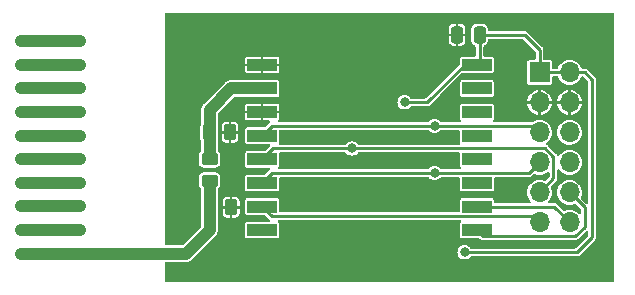
<source format=gbr>
%TF.GenerationSoftware,KiCad,Pcbnew,7.0.10*%
%TF.CreationDate,2024-01-17T19:36:25+01:00*%
%TF.ProjectId,RFM69HW_868,52464d36-3948-4575-9f38-36382e6b6963,rev?*%
%TF.SameCoordinates,Original*%
%TF.FileFunction,Copper,L1,Top*%
%TF.FilePolarity,Positive*%
%FSLAX46Y46*%
G04 Gerber Fmt 4.6, Leading zero omitted, Abs format (unit mm)*
G04 Created by KiCad (PCBNEW 7.0.10) date 2024-01-17 19:36:25*
%MOMM*%
%LPD*%
G01*
G04 APERTURE LIST*
G04 Aperture macros list*
%AMRoundRect*
0 Rectangle with rounded corners*
0 $1 Rounding radius*
0 $2 $3 $4 $5 $6 $7 $8 $9 X,Y pos of 4 corners*
0 Add a 4 corners polygon primitive as box body*
4,1,4,$2,$3,$4,$5,$6,$7,$8,$9,$2,$3,0*
0 Add four circle primitives for the rounded corners*
1,1,$1+$1,$2,$3*
1,1,$1+$1,$4,$5*
1,1,$1+$1,$6,$7*
1,1,$1+$1,$8,$9*
0 Add four rect primitives between the rounded corners*
20,1,$1+$1,$2,$3,$4,$5,0*
20,1,$1+$1,$4,$5,$6,$7,0*
20,1,$1+$1,$6,$7,$8,$9,0*
20,1,$1+$1,$8,$9,$2,$3,0*%
%AMOutline4P*
0 Free polygon, 4 corners , with rotation*
0 The origin of the aperture is its center*
0 number of corners: always 4*
0 $1 to $8 corner X, Y*
0 $9 Rotation angle, in degrees counterclockwise*
0 create outline with 4 corners*
4,1,4,$1,$2,$3,$4,$5,$6,$7,$8,$1,$2,$9*%
G04 Aperture macros list end*
%TA.AperFunction,EtchedComponent*%
%ADD10C,1.000000*%
%TD*%
%TA.AperFunction,ComponentPad*%
%ADD11R,1.700000X1.700000*%
%TD*%
%TA.AperFunction,ComponentPad*%
%ADD12O,1.700000X1.700000*%
%TD*%
%TA.AperFunction,SMDPad,CuDef*%
%ADD13RoundRect,0.250000X-0.262500X-0.450000X0.262500X-0.450000X0.262500X0.450000X-0.262500X0.450000X0*%
%TD*%
%TA.AperFunction,SMDPad,CuDef*%
%ADD14RoundRect,0.250000X0.250000X0.475000X-0.250000X0.475000X-0.250000X-0.475000X0.250000X-0.475000X0*%
%TD*%
%TA.AperFunction,SMDPad,CuDef*%
%ADD15RoundRect,0.250000X-0.450000X0.262500X-0.450000X-0.262500X0.450000X-0.262500X0.450000X0.262500X0*%
%TD*%
%TA.AperFunction,SMDPad,CuDef*%
%ADD16R,2.500000X1.000000*%
%TD*%
%TA.AperFunction,ComponentPad*%
%ADD17C,1.000000*%
%TD*%
%TA.AperFunction,SMDPad,CuDef*%
%ADD18Outline4P,-0.350000X-0.400000X0.350000X-0.400000X0.050000X0.400000X-0.050000X0.400000X270.000000*%
%TD*%
%TA.AperFunction,ViaPad*%
%ADD19C,0.800000*%
%TD*%
%TA.AperFunction,Conductor*%
%ADD20C,1.000000*%
%TD*%
%TA.AperFunction,Conductor*%
%ADD21C,0.250000*%
%TD*%
G04 APERTURE END LIST*
D10*
%TO.C,AE1*%
X116960000Y-58530000D02*
X105960000Y-58530000D01*
X105960000Y-56530000D02*
X110960000Y-56530000D01*
X105960000Y-54530000D02*
X110960000Y-54530000D01*
X105960000Y-52530000D02*
X110960000Y-52530000D01*
X105960000Y-50530000D02*
X110960000Y-50530000D01*
X105960000Y-48530000D02*
X110960000Y-48530000D01*
X105960000Y-46530000D02*
X110960000Y-46530000D01*
X105960000Y-44530000D02*
X110960000Y-44530000D01*
X105960000Y-42530000D02*
X110960000Y-42530000D01*
X105960000Y-40530000D02*
X110960000Y-40530000D01*
%TD*%
D11*
%TO.P,J1,1,Pin_1*%
%TO.N,VCC*%
X149860000Y-43180000D03*
D12*
%TO.P,J1,2,Pin_2*%
X152400000Y-43180000D03*
%TO.P,J1,3,Pin_3*%
%TO.N,GND*%
X149860000Y-45720000D03*
%TO.P,J1,4,Pin_4*%
X152400000Y-45720000D03*
%TO.P,J1,5,Pin_5*%
%TO.N,SCK*%
X149860000Y-48260000D03*
%TO.P,J1,6,Pin_6*%
%TO.N,unconnected-(J1-Pin_6-Pad6)*%
X152400000Y-48260000D03*
%TO.P,J1,7,Pin_7*%
%TO.N,MISO*%
X149860000Y-50800000D03*
%TO.P,J1,8,Pin_8*%
%TO.N,nCS2*%
X152400000Y-50800000D03*
%TO.P,J1,9,Pin_9*%
%TO.N,MOSI*%
X149860000Y-53340000D03*
%TO.P,J1,10,Pin_10*%
%TO.N,nRESET*%
X152400000Y-53340000D03*
%TO.P,J1,11,Pin_11*%
%TO.N,nCS*%
X149860000Y-55880000D03*
%TO.P,J1,12,Pin_12*%
%TO.N,DIO0*%
X152400000Y-55880000D03*
%TD*%
D13*
%TO.P,M3,1*%
%TO.N,Net-(AE1-A)*%
X121920000Y-54610000D03*
%TO.P,M3,2*%
%TO.N,GND*%
X123745000Y-54610000D03*
%TD*%
D14*
%TO.P,C1,1*%
%TO.N,VCC*%
X144780000Y-40005000D03*
%TO.P,C1,2*%
%TO.N,GND*%
X142880000Y-40005000D03*
%TD*%
D13*
%TO.P,M1,1*%
%TO.N,Net-(U1-ANA)*%
X121832500Y-48260000D03*
%TO.P,M1,2*%
%TO.N,GND*%
X123657500Y-48260000D03*
%TD*%
D15*
%TO.P,M2,1*%
%TO.N,Net-(U1-ANA)*%
X121920000Y-50522500D03*
%TO.P,M2,2*%
%TO.N,Net-(AE1-A)*%
X121920000Y-52347500D03*
%TD*%
D16*
%TO.P,U1,1,RESET*%
%TO.N,nRESET*%
X144565000Y-56545000D03*
%TO.P,U1,2,DIO0*%
%TO.N,DIO0*%
X144565000Y-54545000D03*
%TO.P,U1,3,DIO1*%
%TO.N,unconnected-(U1-DIO1-Pad3)*%
X144565000Y-52545000D03*
%TO.P,U1,4,DIO2*%
%TO.N,unconnected-(U1-DIO2-Pad4)*%
X144565000Y-50545000D03*
%TO.P,U1,5,DIO3*%
%TO.N,unconnected-(U1-DIO3-Pad5)*%
X144565000Y-48545000D03*
%TO.P,U1,6,DIO4*%
%TO.N,unconnected-(U1-DIO4-Pad6)*%
X144565000Y-46545000D03*
%TO.P,U1,7,DIO5*%
%TO.N,unconnected-(U1-DIO5-Pad7)*%
X144565000Y-44545000D03*
%TO.P,U1,8,3.3V*%
%TO.N,VCC*%
X144565000Y-42545000D03*
%TO.P,U1,9,GND*%
%TO.N,GND*%
X126365000Y-42545000D03*
%TO.P,U1,10,ANA*%
%TO.N,Net-(U1-ANA)*%
X126365000Y-44545000D03*
%TO.P,U1,11,GND*%
%TO.N,GND*%
X126365000Y-46545000D03*
%TO.P,U1,12,SCK*%
%TO.N,SCK*%
X126365000Y-48545000D03*
%TO.P,U1,13,MISO*%
%TO.N,MOSI*%
X126365000Y-50545000D03*
%TO.P,U1,14,MOSI*%
%TO.N,MISO*%
X126365000Y-52545000D03*
%TO.P,U1,15,NSS*%
%TO.N,nCS*%
X126365000Y-54545000D03*
%TO.P,U1,16,NC*%
%TO.N,unconnected-(U1-NC-Pad16)*%
X126365000Y-56545000D03*
%TD*%
D17*
%TO.P,AE1,*%
%TO.N,*%
X105960000Y-58530000D03*
X105960000Y-56530000D03*
X110960000Y-56530000D03*
X105960000Y-54530000D03*
X110960000Y-54530000D03*
X105960000Y-52530000D03*
X110960000Y-52530000D03*
X105960000Y-50530000D03*
X110960000Y-50530000D03*
X105960000Y-48530000D03*
X110960000Y-48530000D03*
X105960000Y-46530000D03*
X110960000Y-46530000D03*
X105960000Y-44530000D03*
X110960000Y-44530000D03*
X105960000Y-42530000D03*
X110960000Y-42530000D03*
X105960000Y-40530000D03*
X110960000Y-40530000D03*
D18*
%TO.P,AE1,1,A*%
%TO.N,Net-(AE1-A)*%
X117660000Y-58530000D03*
%TD*%
D19*
%TO.N,GND*%
X132715000Y-38735000D03*
X136525000Y-38735000D03*
X146685000Y-60325000D03*
X149225000Y-38735000D03*
X123825000Y-60325000D03*
X139065000Y-38735000D03*
X155575000Y-50165000D03*
X129540000Y-48895000D03*
X126365000Y-38735000D03*
X130175000Y-38735000D03*
X129540000Y-50800000D03*
X133985000Y-60325000D03*
X135255000Y-38735000D03*
X147955000Y-38735000D03*
X144145000Y-60325000D03*
X137795000Y-60325000D03*
X126365000Y-60325000D03*
X128905000Y-38735000D03*
X147955000Y-60325000D03*
X137795000Y-38735000D03*
X131445000Y-38735000D03*
X149225000Y-60325000D03*
X146685000Y-38735000D03*
X142875000Y-60325000D03*
X130175000Y-60325000D03*
X155575000Y-40005000D03*
X122555000Y-38735000D03*
X121285000Y-60325000D03*
X144145000Y-38735000D03*
X154305000Y-60325000D03*
X150495000Y-60325000D03*
X127635000Y-38735000D03*
X131445000Y-60325000D03*
X140335000Y-38735000D03*
X155575000Y-43815000D03*
X127635000Y-60325000D03*
X155575000Y-53975000D03*
X142875000Y-38735000D03*
X155575000Y-45085000D03*
X125095000Y-38735000D03*
X155575000Y-59055000D03*
X122555000Y-60325000D03*
X155575000Y-60325000D03*
X155575000Y-41275000D03*
X155575000Y-47625000D03*
X136525000Y-60325000D03*
X121285000Y-38735000D03*
X154305000Y-38735000D03*
X155575000Y-52705000D03*
X125095000Y-60325000D03*
X128905000Y-60325000D03*
X151765000Y-38735000D03*
X133985000Y-38735000D03*
X120015000Y-38735000D03*
X155575000Y-56515000D03*
X118745000Y-38735000D03*
X118745000Y-60325000D03*
X141605000Y-38735000D03*
X153035000Y-60325000D03*
X151765000Y-60325000D03*
X155575000Y-42545000D03*
X155575000Y-46355000D03*
X155575000Y-48895000D03*
X141605000Y-60325000D03*
X145415000Y-60325000D03*
X155575000Y-51435000D03*
X120015000Y-60325000D03*
X123825000Y-38735000D03*
X135255000Y-60325000D03*
X155575000Y-57785000D03*
X155575000Y-38735000D03*
X139065000Y-60325000D03*
X140335000Y-60325000D03*
X155575000Y-55245000D03*
X150495000Y-38735000D03*
X132715000Y-60325000D03*
X153035000Y-38735000D03*
X145415000Y-38735000D03*
%TO.N,SCK*%
X140970000Y-47720000D03*
%TO.N,MOSI*%
X133985000Y-49625000D03*
%TO.N,MISO*%
X140970000Y-51720000D03*
%TO.N,VCC*%
X144565000Y-42545000D03*
X143510000Y-58420000D03*
X138430000Y-45720000D03*
%TD*%
D20*
%TO.N,GND*%
X126350000Y-42545000D02*
X126365000Y-42530000D01*
D21*
%TO.N,DIO0*%
X144565000Y-54545000D02*
X151065000Y-54545000D01*
X151065000Y-54545000D02*
X152400000Y-55880000D01*
%TO.N,nRESET*%
X153670000Y-56271701D02*
X153670000Y-54610000D01*
X153670000Y-54610000D02*
X152400000Y-53340000D01*
X144565000Y-56545000D02*
X145075000Y-57055000D01*
X152886701Y-57055000D02*
X153670000Y-56271701D01*
X145075000Y-57055000D02*
X152886701Y-57055000D01*
%TO.N,nCS*%
X149350000Y-55370000D02*
X149860000Y-55880000D01*
X127190000Y-55370000D02*
X149350000Y-55370000D01*
X126365000Y-54545000D02*
X127190000Y-55370000D01*
%TO.N,SCK*%
X140970000Y-47720000D02*
X149320000Y-47720000D01*
X149320000Y-47720000D02*
X149860000Y-48260000D01*
X127190000Y-47720000D02*
X140970000Y-47720000D01*
X126365000Y-48545000D02*
X127190000Y-47720000D01*
%TO.N,MOSI*%
X133985000Y-49625000D02*
X150346701Y-49625000D01*
X126365000Y-50545000D02*
X127285000Y-49625000D01*
X150346701Y-49625000D02*
X151035000Y-50313299D01*
X151035000Y-52165000D02*
X149860000Y-53340000D01*
X151035000Y-50313299D02*
X151035000Y-52165000D01*
X127285000Y-49625000D02*
X133985000Y-49625000D01*
%TO.N,MISO*%
X148940000Y-51720000D02*
X149860000Y-50800000D01*
X127190000Y-51720000D02*
X140970000Y-51720000D01*
X140970000Y-51720000D02*
X148940000Y-51720000D01*
X126365000Y-52545000D02*
X127190000Y-51720000D01*
%TO.N,VCC*%
X154305000Y-57150000D02*
X153035000Y-58420000D01*
X149860000Y-43180000D02*
X149860000Y-41275000D01*
X153670000Y-43180000D02*
X154305000Y-43815000D01*
X152400000Y-43180000D02*
X149860000Y-43180000D01*
X144780000Y-40005000D02*
X144780000Y-42330000D01*
X144780000Y-42330000D02*
X144565000Y-42545000D01*
X152400000Y-43180000D02*
X153670000Y-43180000D01*
X143510000Y-42545000D02*
X140335000Y-45720000D01*
X144565000Y-42545000D02*
X143510000Y-42545000D01*
X153035000Y-58420000D02*
X143510000Y-58420000D01*
X149860000Y-41275000D02*
X148590000Y-40005000D01*
X154305000Y-43815000D02*
X154305000Y-57150000D01*
X140335000Y-45720000D02*
X138430000Y-45720000D01*
X148590000Y-40005000D02*
X144780000Y-40005000D01*
D20*
%TO.N,Net-(AE1-A)*%
X115000000Y-58530000D02*
X119905000Y-58530000D01*
X119905000Y-58530000D02*
X121920000Y-56515000D01*
X121920000Y-56515000D02*
X121920000Y-52895000D01*
%TO.N,Net-(U1-ANA)*%
X123730000Y-44545000D02*
X121920000Y-46355000D01*
X126365000Y-44545000D02*
X123730000Y-44545000D01*
X121920000Y-50522500D02*
X121920000Y-46355000D01*
%TD*%
%TA.AperFunction,Conductor*%
%TO.N,GND*%
G36*
X133487221Y-49969407D02*
G01*
X133507570Y-49989231D01*
X133556718Y-50053282D01*
X133682159Y-50149536D01*
X133682160Y-50149536D01*
X133682161Y-50149537D01*
X133801474Y-50198958D01*
X133828238Y-50210044D01*
X133945809Y-50225522D01*
X133984999Y-50230682D01*
X133985000Y-50230682D01*
X133985001Y-50230682D01*
X134016352Y-50226554D01*
X134141762Y-50210044D01*
X134287841Y-50149536D01*
X134413282Y-50053282D01*
X134462428Y-49989232D01*
X134512852Y-49954577D01*
X134540970Y-49950500D01*
X143015500Y-49950500D01*
X143073691Y-49969407D01*
X143109655Y-50018907D01*
X143114500Y-50049500D01*
X143114500Y-51064746D01*
X143114501Y-51064758D01*
X143126132Y-51123227D01*
X143126134Y-51123233D01*
X143170445Y-51189548D01*
X143170448Y-51189552D01*
X143203301Y-51211504D01*
X143205817Y-51213185D01*
X143243696Y-51261235D01*
X143246098Y-51322373D01*
X143212105Y-51373247D01*
X143154701Y-51394424D01*
X143150815Y-51394500D01*
X141525970Y-51394500D01*
X141467779Y-51375593D01*
X141447428Y-51355767D01*
X141426255Y-51328174D01*
X141398282Y-51291718D01*
X141398277Y-51291714D01*
X141398276Y-51291713D01*
X141298831Y-51215407D01*
X141272841Y-51195464D01*
X141272840Y-51195463D01*
X141272838Y-51195462D01*
X141126766Y-51134957D01*
X141126758Y-51134955D01*
X140970001Y-51114318D01*
X140969999Y-51114318D01*
X140813241Y-51134955D01*
X140813233Y-51134957D01*
X140667161Y-51195462D01*
X140667160Y-51195462D01*
X140541723Y-51291713D01*
X140541714Y-51291722D01*
X140492572Y-51355767D01*
X140442148Y-51390423D01*
X140414030Y-51394500D01*
X127779185Y-51394500D01*
X127720994Y-51375593D01*
X127685030Y-51326093D01*
X127685030Y-51264907D01*
X127720994Y-51215407D01*
X127724183Y-51213185D01*
X127726699Y-51211504D01*
X127759552Y-51189552D01*
X127803867Y-51123231D01*
X127815500Y-51064748D01*
X127815500Y-50049500D01*
X127834407Y-49991309D01*
X127883907Y-49955345D01*
X127914500Y-49950500D01*
X133429030Y-49950500D01*
X133487221Y-49969407D01*
G37*
%TD.AperFunction*%
%TA.AperFunction,Conductor*%
G36*
X140472221Y-48064407D02*
G01*
X140492570Y-48084231D01*
X140541718Y-48148282D01*
X140667159Y-48244536D01*
X140667160Y-48244536D01*
X140667161Y-48244537D01*
X140813233Y-48305042D01*
X140813238Y-48305044D01*
X140930809Y-48320522D01*
X140969999Y-48325682D01*
X140970000Y-48325682D01*
X140970001Y-48325682D01*
X141001352Y-48321554D01*
X141126762Y-48305044D01*
X141272841Y-48244536D01*
X141398282Y-48148282D01*
X141447428Y-48084232D01*
X141497852Y-48049577D01*
X141525970Y-48045500D01*
X143015500Y-48045500D01*
X143073691Y-48064407D01*
X143109655Y-48113907D01*
X143114500Y-48144500D01*
X143114500Y-49064746D01*
X143114501Y-49064758D01*
X143126132Y-49123227D01*
X143126133Y-49123231D01*
X143141012Y-49145499D01*
X143157621Y-49204385D01*
X143136444Y-49261789D01*
X143085571Y-49295783D01*
X143058697Y-49299500D01*
X134540970Y-49299500D01*
X134482779Y-49280593D01*
X134462428Y-49260767D01*
X134450713Y-49245500D01*
X134413282Y-49196718D01*
X134413277Y-49196714D01*
X134413276Y-49196713D01*
X134317514Y-49123233D01*
X134287841Y-49100464D01*
X134287840Y-49100463D01*
X134287838Y-49100462D01*
X134141766Y-49039957D01*
X134141758Y-49039955D01*
X133985001Y-49019318D01*
X133984999Y-49019318D01*
X133828241Y-49039955D01*
X133828233Y-49039957D01*
X133682161Y-49100462D01*
X133682160Y-49100462D01*
X133556723Y-49196713D01*
X133556714Y-49196722D01*
X133507572Y-49260767D01*
X133457148Y-49295423D01*
X133429030Y-49299500D01*
X127871303Y-49299500D01*
X127813112Y-49280593D01*
X127777148Y-49231093D01*
X127777148Y-49169907D01*
X127788985Y-49145502D01*
X127803867Y-49123231D01*
X127815500Y-49064748D01*
X127815500Y-48144500D01*
X127834407Y-48086309D01*
X127883907Y-48050345D01*
X127914500Y-48045500D01*
X140414030Y-48045500D01*
X140472221Y-48064407D01*
G37*
%TD.AperFunction*%
%TA.AperFunction,Conductor*%
G36*
X156143691Y-38144407D02*
G01*
X156179655Y-38193907D01*
X156184500Y-38224500D01*
X156184500Y-60835500D01*
X156165593Y-60893691D01*
X156116093Y-60929655D01*
X156085500Y-60934500D01*
X118209000Y-60934500D01*
X118150809Y-60915593D01*
X118114845Y-60866093D01*
X118110000Y-60835500D01*
X118110000Y-59329500D01*
X118128907Y-59271309D01*
X118178407Y-59235345D01*
X118209000Y-59230500D01*
X119880845Y-59230500D01*
X119886822Y-59230680D01*
X119916656Y-59232485D01*
X119947605Y-59234358D01*
X119947605Y-59234357D01*
X119947606Y-59234358D01*
X120007539Y-59223374D01*
X120013419Y-59222479D01*
X120073872Y-59215140D01*
X120085462Y-59210744D01*
X120102725Y-59205931D01*
X120114932Y-59203695D01*
X120170487Y-59178690D01*
X120176003Y-59176407D01*
X120177896Y-59175689D01*
X120232930Y-59154818D01*
X120243142Y-59147768D01*
X120258750Y-59138965D01*
X120270057Y-59133878D01*
X120270057Y-59133877D01*
X120270059Y-59133877D01*
X120317995Y-59096321D01*
X120322813Y-59092775D01*
X120372929Y-59058183D01*
X120413312Y-59012598D01*
X120417378Y-59008277D01*
X122360909Y-57064746D01*
X124914500Y-57064746D01*
X124914501Y-57064758D01*
X124926132Y-57123227D01*
X124926134Y-57123233D01*
X124937406Y-57140102D01*
X124970448Y-57189552D01*
X125036769Y-57233867D01*
X125081231Y-57242711D01*
X125095241Y-57245498D01*
X125095246Y-57245498D01*
X125095252Y-57245500D01*
X125095253Y-57245500D01*
X127634747Y-57245500D01*
X127634748Y-57245500D01*
X127693231Y-57233867D01*
X127759552Y-57189552D01*
X127803867Y-57123231D01*
X127815500Y-57064748D01*
X127815500Y-56025252D01*
X127803867Y-55966769D01*
X127759552Y-55900448D01*
X127724182Y-55876814D01*
X127686304Y-55828765D01*
X127683902Y-55767627D01*
X127717895Y-55716753D01*
X127775299Y-55695576D01*
X127779185Y-55695500D01*
X143150815Y-55695500D01*
X143209006Y-55714407D01*
X143244970Y-55763907D01*
X143244970Y-55825093D01*
X143209006Y-55874593D01*
X143205817Y-55876815D01*
X143170450Y-55900446D01*
X143170445Y-55900451D01*
X143126134Y-55966766D01*
X143126132Y-55966772D01*
X143114501Y-56025241D01*
X143114500Y-56025253D01*
X143114500Y-57064746D01*
X143114501Y-57064758D01*
X143126132Y-57123227D01*
X143126134Y-57123233D01*
X143137406Y-57140102D01*
X143170448Y-57189552D01*
X143236769Y-57233867D01*
X143281231Y-57242711D01*
X143295241Y-57245498D01*
X143295246Y-57245498D01*
X143295252Y-57245500D01*
X144763774Y-57245500D01*
X144821965Y-57264407D01*
X144839612Y-57280864D01*
X144847013Y-57289684D01*
X144862545Y-57308194D01*
X144896209Y-57327630D01*
X144903482Y-57332264D01*
X144924173Y-57346752D01*
X144935316Y-57354554D01*
X144936767Y-57354942D01*
X144960659Y-57364840D01*
X144961954Y-57365588D01*
X145000220Y-57372335D01*
X145008652Y-57374204D01*
X145046193Y-57384264D01*
X145084905Y-57380876D01*
X145093534Y-57380500D01*
X152868167Y-57380500D01*
X152876795Y-57380876D01*
X152915508Y-57384264D01*
X152953055Y-57374202D01*
X152961485Y-57372334D01*
X152999746Y-57365588D01*
X153001046Y-57364838D01*
X153024937Y-57354942D01*
X153025165Y-57354880D01*
X153026385Y-57354554D01*
X153058234Y-57332251D01*
X153065480Y-57327635D01*
X153099156Y-57308194D01*
X153124144Y-57278413D01*
X153129955Y-57272070D01*
X153810496Y-56591530D01*
X153865013Y-56563753D01*
X153925445Y-56573324D01*
X153968710Y-56616589D01*
X153979500Y-56661534D01*
X153979500Y-56974165D01*
X153960593Y-57032356D01*
X153950504Y-57044169D01*
X152929170Y-58065504D01*
X152874653Y-58093281D01*
X152859166Y-58094500D01*
X144065970Y-58094500D01*
X144007779Y-58075593D01*
X143987428Y-58055767D01*
X143938285Y-57991722D01*
X143938282Y-57991718D01*
X143938277Y-57991714D01*
X143938276Y-57991713D01*
X143867104Y-57937101D01*
X143812841Y-57895464D01*
X143812840Y-57895463D01*
X143812838Y-57895462D01*
X143666766Y-57834957D01*
X143666758Y-57834955D01*
X143510001Y-57814318D01*
X143509999Y-57814318D01*
X143353241Y-57834955D01*
X143353233Y-57834957D01*
X143207161Y-57895462D01*
X143207160Y-57895462D01*
X143081723Y-57991713D01*
X143081713Y-57991723D01*
X142985462Y-58117160D01*
X142985462Y-58117161D01*
X142924957Y-58263233D01*
X142924955Y-58263241D01*
X142904318Y-58419999D01*
X142904318Y-58420000D01*
X142924955Y-58576758D01*
X142924957Y-58576766D01*
X142985462Y-58722838D01*
X142985462Y-58722839D01*
X143081713Y-58848276D01*
X143081718Y-58848282D01*
X143207159Y-58944536D01*
X143353238Y-59005044D01*
X143470809Y-59020522D01*
X143509999Y-59025682D01*
X143510000Y-59025682D01*
X143510001Y-59025682D01*
X143541352Y-59021554D01*
X143666762Y-59005044D01*
X143812841Y-58944536D01*
X143938282Y-58848282D01*
X143987428Y-58784232D01*
X144037852Y-58749577D01*
X144065970Y-58745500D01*
X153016466Y-58745500D01*
X153025094Y-58745876D01*
X153063807Y-58749264D01*
X153101354Y-58739202D01*
X153109784Y-58737334D01*
X153148045Y-58730588D01*
X153149345Y-58729838D01*
X153173236Y-58719942D01*
X153173464Y-58719880D01*
X153174684Y-58719554D01*
X153206533Y-58697251D01*
X153213779Y-58692635D01*
X153247455Y-58673194D01*
X153272443Y-58643413D01*
X153278254Y-58637070D01*
X154522072Y-57393253D01*
X154528431Y-57387428D01*
X154532203Y-57384263D01*
X154558194Y-57362455D01*
X154577624Y-57328799D01*
X154582252Y-57321532D01*
X154604554Y-57289684D01*
X154604942Y-57288236D01*
X154614838Y-57264345D01*
X154615586Y-57263048D01*
X154615585Y-57263048D01*
X154615588Y-57263045D01*
X154622341Y-57224743D01*
X154624198Y-57216366D01*
X154634263Y-57178807D01*
X154630877Y-57140102D01*
X154630500Y-57131474D01*
X154630500Y-43833533D01*
X154630877Y-43824904D01*
X154634264Y-43786193D01*
X154624204Y-43748652D01*
X154622335Y-43740220D01*
X154615588Y-43701954D01*
X154614840Y-43700659D01*
X154604942Y-43676767D01*
X154604554Y-43675316D01*
X154582264Y-43643482D01*
X154577630Y-43636209D01*
X154558194Y-43602545D01*
X154536038Y-43583954D01*
X154528428Y-43577568D01*
X154522060Y-43571734D01*
X153913268Y-42962942D01*
X153907434Y-42956574D01*
X153882456Y-42926806D01*
X153848795Y-42907372D01*
X153841512Y-42902732D01*
X153809685Y-42880446D01*
X153809679Y-42880443D01*
X153808224Y-42880054D01*
X153784348Y-42870164D01*
X153783045Y-42869411D01*
X153744779Y-42862664D01*
X153736350Y-42860795D01*
X153711448Y-42854123D01*
X153698807Y-42850736D01*
X153698806Y-42850736D01*
X153698805Y-42850736D01*
X153660095Y-42854123D01*
X153651466Y-42854500D01*
X153472454Y-42854500D01*
X153414263Y-42835593D01*
X153378299Y-42786093D01*
X153377732Y-42784290D01*
X153375232Y-42776046D01*
X153277685Y-42593550D01*
X153146410Y-42433590D01*
X152996123Y-42310253D01*
X152986452Y-42302316D01*
X152803954Y-42204768D01*
X152605934Y-42144699D01*
X152605929Y-42144698D01*
X152400003Y-42124417D01*
X152399997Y-42124417D01*
X152194070Y-42144698D01*
X152194065Y-42144699D01*
X151996045Y-42204768D01*
X151813547Y-42302316D01*
X151653595Y-42433585D01*
X151653585Y-42433595D01*
X151522316Y-42593547D01*
X151424769Y-42776043D01*
X151424768Y-42776045D01*
X151424768Y-42776046D01*
X151422282Y-42784241D01*
X151387297Y-42834436D01*
X151329488Y-42854481D01*
X151327546Y-42854500D01*
X151009500Y-42854500D01*
X150951309Y-42835593D01*
X150915345Y-42786093D01*
X150910500Y-42755500D01*
X150910500Y-42310253D01*
X150910498Y-42310241D01*
X150907711Y-42296231D01*
X150898867Y-42251769D01*
X150854552Y-42185448D01*
X150854548Y-42185445D01*
X150788233Y-42141134D01*
X150788231Y-42141133D01*
X150788228Y-42141132D01*
X150788227Y-42141132D01*
X150729758Y-42129501D01*
X150729748Y-42129500D01*
X150729747Y-42129500D01*
X150284500Y-42129500D01*
X150226309Y-42110593D01*
X150190345Y-42061093D01*
X150185500Y-42030500D01*
X150185500Y-41293524D01*
X150185877Y-41284895D01*
X150189263Y-41246193D01*
X150179201Y-41208642D01*
X150177335Y-41200224D01*
X150170588Y-41161954D01*
X150169840Y-41160659D01*
X150159942Y-41136767D01*
X150159554Y-41135316D01*
X150137257Y-41103473D01*
X150132626Y-41096203D01*
X150113194Y-41062545D01*
X150083434Y-41037573D01*
X150077066Y-41031739D01*
X148833268Y-39787942D01*
X148827434Y-39781574D01*
X148802456Y-39751806D01*
X148768795Y-39732372D01*
X148761512Y-39727732D01*
X148729685Y-39705446D01*
X148729679Y-39705443D01*
X148728224Y-39705054D01*
X148704348Y-39695164D01*
X148703045Y-39694411D01*
X148664779Y-39687664D01*
X148656350Y-39685795D01*
X148631448Y-39679123D01*
X148618807Y-39675736D01*
X148618806Y-39675736D01*
X148618805Y-39675736D01*
X148580095Y-39679123D01*
X148571466Y-39679500D01*
X145579500Y-39679500D01*
X145521309Y-39660593D01*
X145485345Y-39611093D01*
X145480500Y-39580500D01*
X145480500Y-39475727D01*
X145480499Y-39475725D01*
X145477646Y-39445305D01*
X145477646Y-39445301D01*
X145432793Y-39317118D01*
X145352413Y-39208207D01*
X145352154Y-39207855D01*
X145352152Y-39207853D01*
X145352150Y-39207850D01*
X145352146Y-39207847D01*
X145352144Y-39207845D01*
X145242883Y-39127207D01*
X145114703Y-39082355D01*
X145114694Y-39082353D01*
X145084274Y-39079500D01*
X145084266Y-39079500D01*
X144475734Y-39079500D01*
X144475725Y-39079500D01*
X144445305Y-39082353D01*
X144445296Y-39082355D01*
X144317116Y-39127207D01*
X144207855Y-39207845D01*
X144207845Y-39207855D01*
X144127207Y-39317116D01*
X144082355Y-39445296D01*
X144082353Y-39445305D01*
X144079500Y-39475725D01*
X144079500Y-40534274D01*
X144082353Y-40564694D01*
X144082355Y-40564703D01*
X144127207Y-40692883D01*
X144207845Y-40802144D01*
X144207847Y-40802146D01*
X144207850Y-40802150D01*
X144207853Y-40802152D01*
X144207855Y-40802154D01*
X144317116Y-40882792D01*
X144317117Y-40882792D01*
X144317118Y-40882793D01*
X144367013Y-40900252D01*
X144388198Y-40907665D01*
X144436878Y-40944730D01*
X144454500Y-41001109D01*
X144454500Y-41745500D01*
X144435593Y-41803691D01*
X144386093Y-41839655D01*
X144355500Y-41844500D01*
X143295252Y-41844500D01*
X143295251Y-41844500D01*
X143295241Y-41844501D01*
X143236772Y-41856132D01*
X143236766Y-41856134D01*
X143170451Y-41900445D01*
X143170445Y-41900451D01*
X143126134Y-41966766D01*
X143126132Y-41966772D01*
X143114501Y-42025241D01*
X143114500Y-42025253D01*
X143114500Y-42439166D01*
X143095593Y-42497357D01*
X143085504Y-42509170D01*
X140229170Y-45365504D01*
X140174653Y-45393281D01*
X140159166Y-45394500D01*
X138985970Y-45394500D01*
X138927779Y-45375593D01*
X138907428Y-45355767D01*
X138858285Y-45291722D01*
X138858282Y-45291718D01*
X138858277Y-45291714D01*
X138858276Y-45291713D01*
X138732838Y-45195462D01*
X138586766Y-45134957D01*
X138586758Y-45134955D01*
X138430001Y-45114318D01*
X138429999Y-45114318D01*
X138273241Y-45134955D01*
X138273233Y-45134957D01*
X138127161Y-45195462D01*
X138127160Y-45195462D01*
X138001723Y-45291713D01*
X138001713Y-45291723D01*
X137905462Y-45417160D01*
X137905462Y-45417161D01*
X137844957Y-45563233D01*
X137844955Y-45563241D01*
X137824318Y-45719999D01*
X137824318Y-45720000D01*
X137844955Y-45876758D01*
X137844957Y-45876766D01*
X137905462Y-46022838D01*
X137905462Y-46022839D01*
X137999256Y-46145074D01*
X138001718Y-46148282D01*
X138127159Y-46244536D01*
X138127160Y-46244536D01*
X138127161Y-46244537D01*
X138139232Y-46249537D01*
X138273238Y-46305044D01*
X138390809Y-46320522D01*
X138429999Y-46325682D01*
X138430000Y-46325682D01*
X138430001Y-46325682D01*
X138461352Y-46321554D01*
X138586762Y-46305044D01*
X138732841Y-46244536D01*
X138858282Y-46148282D01*
X138907428Y-46084232D01*
X138957852Y-46049577D01*
X138985970Y-46045500D01*
X140316466Y-46045500D01*
X140325094Y-46045876D01*
X140363807Y-46049264D01*
X140401354Y-46039202D01*
X140409784Y-46037334D01*
X140448045Y-46030588D01*
X140449345Y-46029838D01*
X140473236Y-46019942D01*
X140473464Y-46019880D01*
X140474684Y-46019554D01*
X140506533Y-45997251D01*
X140513779Y-45992635D01*
X140547455Y-45973194D01*
X140572443Y-45943413D01*
X140578254Y-45937070D01*
X140695324Y-45820000D01*
X148814767Y-45820000D01*
X148825190Y-45925831D01*
X148825191Y-45925836D01*
X148885232Y-46123762D01*
X148885234Y-46123767D01*
X148982724Y-46306160D01*
X148982731Y-46306170D01*
X149113940Y-46466050D01*
X149113949Y-46466059D01*
X149273829Y-46597268D01*
X149273839Y-46597275D01*
X149456232Y-46694765D01*
X149456237Y-46694767D01*
X149654166Y-46754808D01*
X149759998Y-46765231D01*
X149760000Y-46765230D01*
X149760000Y-46210764D01*
X149824237Y-46220000D01*
X149895763Y-46220000D01*
X149960000Y-46210764D01*
X149960000Y-46765230D01*
X149960001Y-46765231D01*
X150065833Y-46754808D01*
X150263762Y-46694767D01*
X150263767Y-46694765D01*
X150446160Y-46597275D01*
X150446170Y-46597268D01*
X150606050Y-46466059D01*
X150606059Y-46466050D01*
X150737268Y-46306170D01*
X150737275Y-46306160D01*
X150834765Y-46123767D01*
X150834767Y-46123762D01*
X150894808Y-45925836D01*
X150894809Y-45925831D01*
X150905232Y-45820000D01*
X151354767Y-45820000D01*
X151365190Y-45925831D01*
X151365191Y-45925836D01*
X151425232Y-46123762D01*
X151425234Y-46123767D01*
X151522724Y-46306160D01*
X151522731Y-46306170D01*
X151653940Y-46466050D01*
X151653949Y-46466059D01*
X151813829Y-46597268D01*
X151813839Y-46597275D01*
X151996232Y-46694765D01*
X151996237Y-46694767D01*
X152194166Y-46754808D01*
X152299998Y-46765231D01*
X152300000Y-46765230D01*
X152300000Y-46210764D01*
X152364237Y-46220000D01*
X152435763Y-46220000D01*
X152500000Y-46210764D01*
X152500000Y-46765230D01*
X152500001Y-46765231D01*
X152605833Y-46754808D01*
X152803762Y-46694767D01*
X152803767Y-46694765D01*
X152986160Y-46597275D01*
X152986170Y-46597268D01*
X153146050Y-46466059D01*
X153146059Y-46466050D01*
X153277268Y-46306170D01*
X153277275Y-46306160D01*
X153374765Y-46123767D01*
X153374767Y-46123762D01*
X153434808Y-45925836D01*
X153434809Y-45925831D01*
X153445232Y-45820000D01*
X152891746Y-45820000D01*
X152900000Y-45791889D01*
X152900000Y-45648111D01*
X152891746Y-45620000D01*
X153445232Y-45620000D01*
X153445232Y-45619999D01*
X153434809Y-45514168D01*
X153434808Y-45514163D01*
X153374767Y-45316237D01*
X153374765Y-45316232D01*
X153277275Y-45133839D01*
X153277268Y-45133829D01*
X153146059Y-44973949D01*
X153146050Y-44973940D01*
X152986170Y-44842731D01*
X152986160Y-44842724D01*
X152803767Y-44745234D01*
X152803762Y-44745232D01*
X152605836Y-44685191D01*
X152605831Y-44685190D01*
X152500000Y-44674767D01*
X152500000Y-45229235D01*
X152435763Y-45220000D01*
X152364237Y-45220000D01*
X152300000Y-45229235D01*
X152300000Y-44674767D01*
X152299999Y-44674767D01*
X152194168Y-44685190D01*
X152194163Y-44685191D01*
X151996237Y-44745232D01*
X151996232Y-44745234D01*
X151813839Y-44842724D01*
X151813829Y-44842731D01*
X151653949Y-44973940D01*
X151653940Y-44973949D01*
X151522731Y-45133829D01*
X151522724Y-45133839D01*
X151425234Y-45316232D01*
X151425232Y-45316237D01*
X151365191Y-45514163D01*
X151365190Y-45514168D01*
X151354767Y-45619999D01*
X151354768Y-45620000D01*
X151908254Y-45620000D01*
X151900000Y-45648111D01*
X151900000Y-45791889D01*
X151908254Y-45820000D01*
X151354767Y-45820000D01*
X150905232Y-45820000D01*
X150351746Y-45820000D01*
X150360000Y-45791889D01*
X150360000Y-45648111D01*
X150351746Y-45620000D01*
X150905232Y-45620000D01*
X150905232Y-45619999D01*
X150894809Y-45514168D01*
X150894808Y-45514163D01*
X150834767Y-45316237D01*
X150834765Y-45316232D01*
X150737275Y-45133839D01*
X150737268Y-45133829D01*
X150606059Y-44973949D01*
X150606050Y-44973940D01*
X150446170Y-44842731D01*
X150446160Y-44842724D01*
X150263767Y-44745234D01*
X150263762Y-44745232D01*
X150065836Y-44685191D01*
X150065831Y-44685190D01*
X149960000Y-44674767D01*
X149960000Y-45229235D01*
X149895763Y-45220000D01*
X149824237Y-45220000D01*
X149760000Y-45229235D01*
X149760000Y-44674767D01*
X149759999Y-44674767D01*
X149654168Y-44685190D01*
X149654163Y-44685191D01*
X149456237Y-44745232D01*
X149456232Y-44745234D01*
X149273839Y-44842724D01*
X149273829Y-44842731D01*
X149113949Y-44973940D01*
X149113940Y-44973949D01*
X148982731Y-45133829D01*
X148982724Y-45133839D01*
X148885234Y-45316232D01*
X148885232Y-45316237D01*
X148825191Y-45514163D01*
X148825190Y-45514168D01*
X148814767Y-45619999D01*
X148814768Y-45620000D01*
X149368254Y-45620000D01*
X149360000Y-45648111D01*
X149360000Y-45791889D01*
X149368254Y-45820000D01*
X148814767Y-45820000D01*
X140695324Y-45820000D01*
X141450578Y-45064746D01*
X143114500Y-45064746D01*
X143114501Y-45064758D01*
X143126132Y-45123227D01*
X143126134Y-45123233D01*
X143133968Y-45134957D01*
X143170448Y-45189552D01*
X143236769Y-45233867D01*
X143281231Y-45242711D01*
X143295241Y-45245498D01*
X143295246Y-45245498D01*
X143295252Y-45245500D01*
X143295253Y-45245500D01*
X145834747Y-45245500D01*
X145834748Y-45245500D01*
X145893231Y-45233867D01*
X145959552Y-45189552D01*
X146003867Y-45123231D01*
X146015500Y-45064748D01*
X146015500Y-44025252D01*
X146003867Y-43966769D01*
X145959552Y-43900448D01*
X145956764Y-43898585D01*
X145893233Y-43856134D01*
X145893231Y-43856133D01*
X145893228Y-43856132D01*
X145893227Y-43856132D01*
X145834758Y-43844501D01*
X145834748Y-43844500D01*
X143295252Y-43844500D01*
X143295251Y-43844500D01*
X143295241Y-43844501D01*
X143236772Y-43856132D01*
X143236766Y-43856134D01*
X143170451Y-43900445D01*
X143170445Y-43900451D01*
X143126134Y-43966766D01*
X143126132Y-43966772D01*
X143114501Y-44025241D01*
X143114500Y-44025253D01*
X143114500Y-45064746D01*
X141450578Y-45064746D01*
X143240829Y-43274496D01*
X143295346Y-43246719D01*
X143310833Y-43245500D01*
X145834747Y-43245500D01*
X145834748Y-43245500D01*
X145893231Y-43233867D01*
X145959552Y-43189552D01*
X146003867Y-43123231D01*
X146015500Y-43064748D01*
X146015500Y-42025252D01*
X146003867Y-41966769D01*
X145959552Y-41900448D01*
X145959548Y-41900445D01*
X145893233Y-41856134D01*
X145893231Y-41856133D01*
X145893228Y-41856132D01*
X145893227Y-41856132D01*
X145834758Y-41844501D01*
X145834748Y-41844500D01*
X145834747Y-41844500D01*
X145204500Y-41844500D01*
X145146309Y-41825593D01*
X145110345Y-41776093D01*
X145105500Y-41745500D01*
X145105500Y-41001109D01*
X145124407Y-40942918D01*
X145171802Y-40907665D01*
X145183452Y-40903588D01*
X145242882Y-40882793D01*
X145352150Y-40802150D01*
X145432793Y-40692882D01*
X145477646Y-40564699D01*
X145480499Y-40534273D01*
X145480500Y-40534273D01*
X145480500Y-40429500D01*
X145499407Y-40371309D01*
X145548907Y-40335345D01*
X145579500Y-40330500D01*
X148414166Y-40330500D01*
X148472357Y-40349407D01*
X148484170Y-40359496D01*
X149505504Y-41380830D01*
X149533281Y-41435347D01*
X149534500Y-41450834D01*
X149534500Y-42030500D01*
X149515593Y-42088691D01*
X149466093Y-42124655D01*
X149435500Y-42129500D01*
X148990252Y-42129500D01*
X148990251Y-42129500D01*
X148990241Y-42129501D01*
X148931772Y-42141132D01*
X148931766Y-42141134D01*
X148865451Y-42185445D01*
X148865445Y-42185451D01*
X148821134Y-42251766D01*
X148821132Y-42251772D01*
X148809501Y-42310241D01*
X148809500Y-42310253D01*
X148809500Y-44049746D01*
X148809501Y-44049758D01*
X148821132Y-44108227D01*
X148821134Y-44108233D01*
X148865445Y-44174548D01*
X148865448Y-44174552D01*
X148931769Y-44218867D01*
X148976231Y-44227711D01*
X148990241Y-44230498D01*
X148990246Y-44230498D01*
X148990252Y-44230500D01*
X148990253Y-44230500D01*
X150729747Y-44230500D01*
X150729748Y-44230500D01*
X150788231Y-44218867D01*
X150854552Y-44174552D01*
X150898867Y-44108231D01*
X150910500Y-44049748D01*
X150910500Y-43604500D01*
X150929407Y-43546309D01*
X150978907Y-43510345D01*
X151009500Y-43505500D01*
X151327546Y-43505500D01*
X151385737Y-43524407D01*
X151421701Y-43573907D01*
X151422267Y-43575709D01*
X151422831Y-43577568D01*
X151424769Y-43583956D01*
X151522316Y-43766452D01*
X151632286Y-43900451D01*
X151653590Y-43926410D01*
X151653595Y-43926414D01*
X151813547Y-44057683D01*
X151813548Y-44057683D01*
X151813550Y-44057685D01*
X151996046Y-44155232D01*
X152133997Y-44197078D01*
X152194065Y-44215300D01*
X152194070Y-44215301D01*
X152399997Y-44235583D01*
X152400000Y-44235583D01*
X152400003Y-44235583D01*
X152605929Y-44215301D01*
X152605934Y-44215300D01*
X152803954Y-44155232D01*
X152986450Y-44057685D01*
X153146410Y-43926410D01*
X153277685Y-43766450D01*
X153375232Y-43583954D01*
X153377717Y-43575758D01*
X153412703Y-43525564D01*
X153470512Y-43505519D01*
X153472454Y-43505500D01*
X153494166Y-43505500D01*
X153552357Y-43524407D01*
X153564170Y-43534496D01*
X153950504Y-43920830D01*
X153978281Y-43975347D01*
X153979500Y-43990834D01*
X153979500Y-54220165D01*
X153960593Y-54278356D01*
X153911093Y-54314320D01*
X153849907Y-54314320D01*
X153810496Y-54290169D01*
X153388502Y-53868175D01*
X153360725Y-53813658D01*
X153370296Y-53753226D01*
X153371154Y-53751582D01*
X153375232Y-53743954D01*
X153435300Y-53545934D01*
X153435301Y-53545929D01*
X153455583Y-53340003D01*
X153455583Y-53339996D01*
X153435301Y-53134070D01*
X153435300Y-53134065D01*
X153405251Y-53035007D01*
X153375232Y-52936046D01*
X153277685Y-52753550D01*
X153229383Y-52694694D01*
X153146414Y-52593595D01*
X153146410Y-52593590D01*
X153146404Y-52593585D01*
X152986452Y-52462316D01*
X152803954Y-52364768D01*
X152605934Y-52304699D01*
X152605929Y-52304698D01*
X152400003Y-52284417D01*
X152399997Y-52284417D01*
X152194070Y-52304698D01*
X152194065Y-52304699D01*
X151996045Y-52364768D01*
X151813547Y-52462316D01*
X151653595Y-52593585D01*
X151653585Y-52593595D01*
X151522316Y-52753547D01*
X151424768Y-52936045D01*
X151364699Y-53134065D01*
X151364698Y-53134070D01*
X151344417Y-53339996D01*
X151344417Y-53340003D01*
X151364698Y-53545929D01*
X151364699Y-53545934D01*
X151424768Y-53743954D01*
X151522316Y-53926452D01*
X151653585Y-54086404D01*
X151653590Y-54086410D01*
X151653595Y-54086414D01*
X151813547Y-54217683D01*
X151813548Y-54217683D01*
X151813550Y-54217685D01*
X151996046Y-54315232D01*
X152133997Y-54357078D01*
X152194065Y-54375300D01*
X152194070Y-54375301D01*
X152399997Y-54395583D01*
X152400000Y-54395583D01*
X152400003Y-54395583D01*
X152605929Y-54375301D01*
X152605934Y-54375300D01*
X152803954Y-54315232D01*
X152811503Y-54311196D01*
X152871733Y-54300439D01*
X152926786Y-54327139D01*
X152928175Y-54328502D01*
X153315503Y-54715829D01*
X153343281Y-54770346D01*
X153344500Y-54785833D01*
X153344500Y-55098277D01*
X153325593Y-55156468D01*
X153276093Y-55192432D01*
X153214907Y-55192432D01*
X153168972Y-55161082D01*
X153146414Y-55133595D01*
X153146410Y-55133590D01*
X153133790Y-55123233D01*
X152986452Y-55002316D01*
X152803954Y-54904768D01*
X152605934Y-54844699D01*
X152605929Y-54844698D01*
X152400003Y-54824417D01*
X152399997Y-54824417D01*
X152194070Y-54844698D01*
X152194065Y-54844699D01*
X151996052Y-54904766D01*
X151996049Y-54904767D01*
X151996046Y-54904768D01*
X151996044Y-54904768D01*
X151996041Y-54904770D01*
X151988489Y-54908807D01*
X151928255Y-54919558D01*
X151873206Y-54892852D01*
X151871823Y-54891497D01*
X151308268Y-54327942D01*
X151302434Y-54321574D01*
X151277456Y-54291806D01*
X151243795Y-54272372D01*
X151236512Y-54267732D01*
X151204685Y-54245446D01*
X151204679Y-54245443D01*
X151203224Y-54245054D01*
X151179348Y-54235164D01*
X151178045Y-54234411D01*
X151139779Y-54227664D01*
X151131350Y-54225795D01*
X151106448Y-54219123D01*
X151093807Y-54215736D01*
X151093806Y-54215736D01*
X151093805Y-54215736D01*
X151055095Y-54219123D01*
X151046466Y-54219500D01*
X150706504Y-54219500D01*
X150648313Y-54200593D01*
X150612349Y-54151093D01*
X150612349Y-54089907D01*
X150629976Y-54057695D01*
X150656610Y-54025241D01*
X150737685Y-53926450D01*
X150835232Y-53743954D01*
X150895300Y-53545934D01*
X150895301Y-53545929D01*
X150915583Y-53340003D01*
X150915583Y-53339996D01*
X150895301Y-53134070D01*
X150895300Y-53134065D01*
X150865251Y-53035007D01*
X150835232Y-52936046D01*
X150833150Y-52932150D01*
X150831195Y-52928493D01*
X150820440Y-52868261D01*
X150847142Y-52813210D01*
X150848453Y-52811871D01*
X151252066Y-52408258D01*
X151258425Y-52402433D01*
X151288194Y-52377455D01*
X151307635Y-52343779D01*
X151312251Y-52336533D01*
X151334554Y-52304684D01*
X151334942Y-52303236D01*
X151344838Y-52279345D01*
X151345588Y-52278045D01*
X151352334Y-52239784D01*
X151354204Y-52231348D01*
X151364264Y-52193806D01*
X151360877Y-52155094D01*
X151360500Y-52146465D01*
X151360500Y-51465964D01*
X151379407Y-51407773D01*
X151428907Y-51371809D01*
X151490093Y-51371809D01*
X151536027Y-51403158D01*
X151653590Y-51546410D01*
X151653595Y-51546414D01*
X151813547Y-51677683D01*
X151813548Y-51677683D01*
X151813550Y-51677685D01*
X151996046Y-51775232D01*
X152128803Y-51815503D01*
X152194065Y-51835300D01*
X152194070Y-51835301D01*
X152399997Y-51855583D01*
X152400000Y-51855583D01*
X152400003Y-51855583D01*
X152605929Y-51835301D01*
X152605934Y-51835300D01*
X152803954Y-51775232D01*
X152986450Y-51677685D01*
X153146410Y-51546410D01*
X153277685Y-51386450D01*
X153375232Y-51203954D01*
X153435300Y-51005934D01*
X153435301Y-51005929D01*
X153455583Y-50800003D01*
X153455583Y-50799996D01*
X153435301Y-50594070D01*
X153435300Y-50594065D01*
X153417078Y-50533997D01*
X153375232Y-50396046D01*
X153277685Y-50213550D01*
X153274806Y-50210042D01*
X153146414Y-50053595D01*
X153146410Y-50053590D01*
X153111880Y-50025252D01*
X152986452Y-49922316D01*
X152803954Y-49824768D01*
X152605934Y-49764699D01*
X152605929Y-49764698D01*
X152400003Y-49744417D01*
X152399997Y-49744417D01*
X152194070Y-49764698D01*
X152194065Y-49764699D01*
X151996045Y-49824768D01*
X151813547Y-49922316D01*
X151653595Y-50053585D01*
X151653585Y-50053595D01*
X151522316Y-50213547D01*
X151519616Y-50217590D01*
X151517480Y-50216163D01*
X151480416Y-50251762D01*
X151419803Y-50260112D01*
X151365858Y-50231240D01*
X151350887Y-50207207D01*
X151349925Y-50207763D01*
X151344840Y-50198958D01*
X151334942Y-50175066D01*
X151334554Y-50173615D01*
X151326752Y-50162472D01*
X151312264Y-50141781D01*
X151307630Y-50134508D01*
X151288194Y-50100844D01*
X151258428Y-50075867D01*
X151252060Y-50070033D01*
X150589969Y-49407942D01*
X150584135Y-49401574D01*
X150559157Y-49371806D01*
X150525496Y-49352372D01*
X150518213Y-49347732D01*
X150486386Y-49325446D01*
X150486380Y-49325443D01*
X150484925Y-49325054D01*
X150461049Y-49315164D01*
X150452245Y-49310081D01*
X150453472Y-49307955D01*
X150415258Y-49278096D01*
X150398396Y-49219280D01*
X150419326Y-49161786D01*
X150443307Y-49141726D01*
X150442410Y-49140384D01*
X150446445Y-49137687D01*
X150446450Y-49137685D01*
X150606410Y-49006410D01*
X150737685Y-48846450D01*
X150835232Y-48663954D01*
X150895300Y-48465934D01*
X150895301Y-48465929D01*
X150915583Y-48260003D01*
X151344417Y-48260003D01*
X151364698Y-48465929D01*
X151364699Y-48465934D01*
X151424768Y-48663954D01*
X151522316Y-48846452D01*
X151643189Y-48993736D01*
X151653590Y-49006410D01*
X151653595Y-49006414D01*
X151813547Y-49137683D01*
X151813548Y-49137683D01*
X151813550Y-49137685D01*
X151996046Y-49235232D01*
X152133997Y-49277078D01*
X152194065Y-49295300D01*
X152194070Y-49295301D01*
X152399997Y-49315583D01*
X152400000Y-49315583D01*
X152400003Y-49315583D01*
X152605929Y-49295301D01*
X152605934Y-49295300D01*
X152643584Y-49283879D01*
X152803954Y-49235232D01*
X152986450Y-49137685D01*
X153146410Y-49006410D01*
X153277685Y-48846450D01*
X153375232Y-48663954D01*
X153435300Y-48465934D01*
X153435301Y-48465929D01*
X153455583Y-48260003D01*
X153455583Y-48259996D01*
X153435301Y-48054070D01*
X153435300Y-48054065D01*
X153408818Y-47966766D01*
X153375232Y-47856046D01*
X153277685Y-47673550D01*
X153146410Y-47513590D01*
X153115481Y-47488207D01*
X152986452Y-47382316D01*
X152803954Y-47284768D01*
X152605934Y-47224699D01*
X152605929Y-47224698D01*
X152400003Y-47204417D01*
X152399997Y-47204417D01*
X152194070Y-47224698D01*
X152194065Y-47224699D01*
X151996045Y-47284768D01*
X151813547Y-47382316D01*
X151653595Y-47513585D01*
X151653585Y-47513595D01*
X151522316Y-47673547D01*
X151424768Y-47856045D01*
X151364699Y-48054065D01*
X151364698Y-48054070D01*
X151344417Y-48259996D01*
X151344417Y-48260003D01*
X150915583Y-48260003D01*
X150915583Y-48259996D01*
X150895301Y-48054070D01*
X150895300Y-48054065D01*
X150868818Y-47966766D01*
X150835232Y-47856046D01*
X150737685Y-47673550D01*
X150606410Y-47513590D01*
X150575481Y-47488207D01*
X150446452Y-47382316D01*
X150263954Y-47284768D01*
X150065934Y-47224699D01*
X150065929Y-47224698D01*
X149860003Y-47204417D01*
X149859997Y-47204417D01*
X149654070Y-47224698D01*
X149654065Y-47224699D01*
X149456045Y-47284768D01*
X149272624Y-47382810D01*
X149225955Y-47394500D01*
X145979185Y-47394500D01*
X145920994Y-47375593D01*
X145885030Y-47326093D01*
X145885030Y-47264907D01*
X145920994Y-47215407D01*
X145924183Y-47213185D01*
X145937305Y-47204417D01*
X145959552Y-47189552D01*
X146003867Y-47123231D01*
X146015500Y-47064748D01*
X146015500Y-46025252D01*
X146015020Y-46022841D01*
X146008477Y-45989944D01*
X146003867Y-45966769D01*
X145959552Y-45900448D01*
X145959548Y-45900445D01*
X145893233Y-45856134D01*
X145893231Y-45856133D01*
X145893228Y-45856132D01*
X145893227Y-45856132D01*
X145834758Y-45844501D01*
X145834748Y-45844500D01*
X143295252Y-45844500D01*
X143295251Y-45844500D01*
X143295241Y-45844501D01*
X143236772Y-45856132D01*
X143236766Y-45856134D01*
X143170451Y-45900445D01*
X143170445Y-45900451D01*
X143126134Y-45966766D01*
X143126132Y-45966772D01*
X143114501Y-46025241D01*
X143114500Y-46025253D01*
X143114500Y-47064746D01*
X143114501Y-47064758D01*
X143126132Y-47123227D01*
X143126134Y-47123233D01*
X143133968Y-47134957D01*
X143170448Y-47189552D01*
X143179293Y-47195462D01*
X143205817Y-47213185D01*
X143243696Y-47261235D01*
X143246098Y-47322373D01*
X143212105Y-47373247D01*
X143154701Y-47394424D01*
X143150815Y-47394500D01*
X141525970Y-47394500D01*
X141467779Y-47375593D01*
X141447428Y-47355767D01*
X141398285Y-47291722D01*
X141398282Y-47291718D01*
X141398277Y-47291714D01*
X141398276Y-47291713D01*
X141310941Y-47224699D01*
X141272841Y-47195464D01*
X141272840Y-47195463D01*
X141272838Y-47195462D01*
X141126766Y-47134957D01*
X141126758Y-47134955D01*
X140970001Y-47114318D01*
X140969999Y-47114318D01*
X140813241Y-47134955D01*
X140813233Y-47134957D01*
X140667161Y-47195462D01*
X140667160Y-47195462D01*
X140541723Y-47291713D01*
X140541714Y-47291722D01*
X140492572Y-47355767D01*
X140442148Y-47390423D01*
X140414030Y-47394500D01*
X127778286Y-47394500D01*
X127720095Y-47375593D01*
X127684131Y-47326093D01*
X127684131Y-47264907D01*
X127720095Y-47215407D01*
X127723284Y-47213185D01*
X127759189Y-47189193D01*
X127759193Y-47189189D01*
X127803396Y-47123036D01*
X127814999Y-47064700D01*
X127815000Y-47064697D01*
X127815000Y-46645001D01*
X127814999Y-46645000D01*
X126465001Y-46645000D01*
X126465000Y-46645001D01*
X126465000Y-47244999D01*
X126465001Y-47245000D01*
X126986891Y-47245000D01*
X127045082Y-47263907D01*
X127081046Y-47313407D01*
X127081046Y-47374593D01*
X127045082Y-47424093D01*
X127043671Y-47425099D01*
X127018483Y-47442734D01*
X127011207Y-47447369D01*
X126977545Y-47466805D01*
X126952568Y-47496571D01*
X126946735Y-47502936D01*
X126634170Y-47815503D01*
X126579653Y-47843281D01*
X126564166Y-47844500D01*
X125095252Y-47844500D01*
X125095251Y-47844500D01*
X125095241Y-47844501D01*
X125036772Y-47856132D01*
X125036766Y-47856134D01*
X124970451Y-47900445D01*
X124970445Y-47900451D01*
X124926134Y-47966766D01*
X124926132Y-47966772D01*
X124914501Y-48025241D01*
X124914500Y-48025253D01*
X124914500Y-49064746D01*
X124914501Y-49064758D01*
X124926132Y-49123227D01*
X124926134Y-49123233D01*
X124970445Y-49189548D01*
X124970448Y-49189552D01*
X125036769Y-49233867D01*
X125081231Y-49242711D01*
X125095241Y-49245498D01*
X125095246Y-49245498D01*
X125095252Y-49245500D01*
X125095253Y-49245500D01*
X126965165Y-49245500D01*
X127023356Y-49264407D01*
X127059320Y-49313907D01*
X127059320Y-49375093D01*
X127035169Y-49414503D01*
X126634170Y-49815503D01*
X126579653Y-49843281D01*
X126564166Y-49844500D01*
X125095252Y-49844500D01*
X125095251Y-49844500D01*
X125095241Y-49844501D01*
X125036772Y-49856132D01*
X125036766Y-49856134D01*
X124970451Y-49900445D01*
X124970445Y-49900451D01*
X124926134Y-49966766D01*
X124926132Y-49966772D01*
X124914501Y-50025241D01*
X124914500Y-50025253D01*
X124914500Y-51064746D01*
X124914501Y-51064758D01*
X124926132Y-51123227D01*
X124926134Y-51123233D01*
X124970445Y-51189548D01*
X124970448Y-51189552D01*
X125036769Y-51233867D01*
X125081231Y-51242711D01*
X125095241Y-51245498D01*
X125095246Y-51245498D01*
X125095252Y-51245500D01*
X125095253Y-51245500D01*
X126986177Y-51245500D01*
X127044368Y-51264407D01*
X127080332Y-51313907D01*
X127080332Y-51375093D01*
X127044368Y-51424593D01*
X127042989Y-51425576D01*
X127033743Y-51432049D01*
X127018483Y-51442734D01*
X127011207Y-51447369D01*
X126977545Y-51466805D01*
X126952568Y-51496571D01*
X126946735Y-51502936D01*
X126634170Y-51815503D01*
X126579653Y-51843281D01*
X126564166Y-51844500D01*
X125095252Y-51844500D01*
X125095251Y-51844500D01*
X125095241Y-51844501D01*
X125036772Y-51856132D01*
X125036766Y-51856134D01*
X124970451Y-51900445D01*
X124970445Y-51900451D01*
X124926134Y-51966766D01*
X124926132Y-51966772D01*
X124914501Y-52025241D01*
X124914500Y-52025253D01*
X124914500Y-53064746D01*
X124914501Y-53064758D01*
X124926132Y-53123227D01*
X124926134Y-53123233D01*
X124970445Y-53189548D01*
X124970448Y-53189552D01*
X125036769Y-53233867D01*
X125081231Y-53242711D01*
X125095241Y-53245498D01*
X125095246Y-53245498D01*
X125095252Y-53245500D01*
X125095253Y-53245500D01*
X127634747Y-53245500D01*
X127634748Y-53245500D01*
X127693231Y-53233867D01*
X127759552Y-53189552D01*
X127803867Y-53123231D01*
X127815500Y-53064748D01*
X127815500Y-52144500D01*
X127834407Y-52086309D01*
X127883907Y-52050345D01*
X127914500Y-52045500D01*
X140414030Y-52045500D01*
X140472221Y-52064407D01*
X140492570Y-52084231D01*
X140541718Y-52148282D01*
X140541722Y-52148285D01*
X140541723Y-52148286D01*
X140571082Y-52170813D01*
X140667159Y-52244536D01*
X140667160Y-52244536D01*
X140667161Y-52244537D01*
X140813233Y-52305042D01*
X140813238Y-52305044D01*
X140930809Y-52320522D01*
X140969999Y-52325682D01*
X140970000Y-52325682D01*
X140970001Y-52325682D01*
X141001352Y-52321554D01*
X141126762Y-52305044D01*
X141272841Y-52244536D01*
X141398282Y-52148282D01*
X141447428Y-52084232D01*
X141497852Y-52049577D01*
X141525970Y-52045500D01*
X143015500Y-52045500D01*
X143073691Y-52064407D01*
X143109655Y-52113907D01*
X143114500Y-52144500D01*
X143114500Y-53064746D01*
X143114501Y-53064758D01*
X143126132Y-53123227D01*
X143126134Y-53123233D01*
X143170445Y-53189548D01*
X143170448Y-53189552D01*
X143236769Y-53233867D01*
X143281231Y-53242711D01*
X143295241Y-53245498D01*
X143295246Y-53245498D01*
X143295252Y-53245500D01*
X143295253Y-53245500D01*
X145834747Y-53245500D01*
X145834748Y-53245500D01*
X145893231Y-53233867D01*
X145959552Y-53189552D01*
X146003867Y-53123231D01*
X146015500Y-53064748D01*
X146015500Y-52144500D01*
X146034407Y-52086309D01*
X146083907Y-52050345D01*
X146114500Y-52045500D01*
X148921466Y-52045500D01*
X148930094Y-52045876D01*
X148968807Y-52049264D01*
X149006354Y-52039202D01*
X149014784Y-52037334D01*
X149053045Y-52030588D01*
X149054345Y-52029838D01*
X149078236Y-52019942D01*
X149078464Y-52019880D01*
X149079684Y-52019554D01*
X149111533Y-51997251D01*
X149118779Y-51992635D01*
X149152455Y-51973194D01*
X149177443Y-51943413D01*
X149183254Y-51937070D01*
X149331824Y-51788500D01*
X149386339Y-51760725D01*
X149446771Y-51770296D01*
X149448493Y-51771195D01*
X149456046Y-51775232D01*
X149567841Y-51809144D01*
X149654065Y-51835300D01*
X149654070Y-51835301D01*
X149859997Y-51855583D01*
X149860000Y-51855583D01*
X149860003Y-51855583D01*
X150065929Y-51835301D01*
X150065934Y-51835300D01*
X150263954Y-51775232D01*
X150446450Y-51677685D01*
X150547697Y-51594594D01*
X150604671Y-51572295D01*
X150663874Y-51587743D01*
X150702690Y-51635040D01*
X150709500Y-51671123D01*
X150709500Y-51989166D01*
X150690593Y-52047357D01*
X150680503Y-52059170D01*
X150388175Y-52351497D01*
X150333659Y-52379274D01*
X150273227Y-52369703D01*
X150271504Y-52368803D01*
X150263959Y-52364770D01*
X150263954Y-52364768D01*
X150065934Y-52304699D01*
X150065929Y-52304698D01*
X149860003Y-52284417D01*
X149859997Y-52284417D01*
X149654070Y-52304698D01*
X149654065Y-52304699D01*
X149456045Y-52364768D01*
X149273547Y-52462316D01*
X149113595Y-52593585D01*
X149113585Y-52593595D01*
X148982316Y-52753547D01*
X148884768Y-52936045D01*
X148824699Y-53134065D01*
X148824698Y-53134070D01*
X148804417Y-53339996D01*
X148804417Y-53340003D01*
X148824698Y-53545929D01*
X148824699Y-53545934D01*
X148884768Y-53743954D01*
X148982316Y-53926452D01*
X149090024Y-54057695D01*
X149112324Y-54114672D01*
X149096875Y-54173875D01*
X149049578Y-54212690D01*
X149013496Y-54219500D01*
X146114500Y-54219500D01*
X146056309Y-54200593D01*
X146020345Y-54151093D01*
X146015500Y-54120500D01*
X146015500Y-54025253D01*
X146015498Y-54025241D01*
X146012711Y-54011231D01*
X146003867Y-53966769D01*
X145959552Y-53900448D01*
X145911253Y-53868175D01*
X145893233Y-53856134D01*
X145893231Y-53856133D01*
X145893228Y-53856132D01*
X145893227Y-53856132D01*
X145834758Y-53844501D01*
X145834748Y-53844500D01*
X143295252Y-53844500D01*
X143295251Y-53844500D01*
X143295241Y-53844501D01*
X143236772Y-53856132D01*
X143236766Y-53856134D01*
X143170451Y-53900445D01*
X143170445Y-53900451D01*
X143126134Y-53966766D01*
X143126132Y-53966772D01*
X143114501Y-54025241D01*
X143114500Y-54025253D01*
X143114500Y-54945500D01*
X143095593Y-55003691D01*
X143046093Y-55039655D01*
X143015500Y-55044500D01*
X127914500Y-55044500D01*
X127856309Y-55025593D01*
X127820345Y-54976093D01*
X127815500Y-54945500D01*
X127815500Y-54025253D01*
X127815498Y-54025241D01*
X127812711Y-54011231D01*
X127803867Y-53966769D01*
X127759552Y-53900448D01*
X127711253Y-53868175D01*
X127693233Y-53856134D01*
X127693231Y-53856133D01*
X127693228Y-53856132D01*
X127693227Y-53856132D01*
X127634758Y-53844501D01*
X127634748Y-53844500D01*
X125095252Y-53844500D01*
X125095251Y-53844500D01*
X125095241Y-53844501D01*
X125036772Y-53856132D01*
X125036766Y-53856134D01*
X124970451Y-53900445D01*
X124970445Y-53900451D01*
X124926134Y-53966766D01*
X124926132Y-53966772D01*
X124914501Y-54025241D01*
X124914500Y-54025253D01*
X124914500Y-55064746D01*
X124914501Y-55064758D01*
X124926132Y-55123227D01*
X124926134Y-55123233D01*
X124958897Y-55172265D01*
X124970448Y-55189552D01*
X125036769Y-55233867D01*
X125081231Y-55242711D01*
X125095241Y-55245498D01*
X125095246Y-55245498D01*
X125095252Y-55245500D01*
X126564165Y-55245500D01*
X126622356Y-55264407D01*
X126634169Y-55274496D01*
X126946741Y-55587068D01*
X126952565Y-55593424D01*
X126977545Y-55623194D01*
X127011208Y-55642629D01*
X127018487Y-55647267D01*
X127042961Y-55664404D01*
X127079783Y-55713269D01*
X127080851Y-55774445D01*
X127045756Y-55824565D01*
X126987904Y-55844485D01*
X126986177Y-55844500D01*
X125095252Y-55844500D01*
X125095251Y-55844500D01*
X125095241Y-55844501D01*
X125036772Y-55856132D01*
X125036766Y-55856134D01*
X124970451Y-55900445D01*
X124970445Y-55900451D01*
X124926134Y-55966766D01*
X124926132Y-55966772D01*
X124914501Y-56025241D01*
X124914500Y-56025253D01*
X124914500Y-57064746D01*
X122360909Y-57064746D01*
X122398277Y-57027378D01*
X122402598Y-57023312D01*
X122448183Y-56982929D01*
X122482782Y-56932802D01*
X122486324Y-56927990D01*
X122523873Y-56880062D01*
X122523872Y-56880062D01*
X122523877Y-56880057D01*
X122528967Y-56868745D01*
X122537766Y-56853144D01*
X122544818Y-56842930D01*
X122566412Y-56785988D01*
X122568702Y-56780461D01*
X122593694Y-56724932D01*
X122593695Y-56724930D01*
X122595929Y-56712736D01*
X122600743Y-56695465D01*
X122605140Y-56683872D01*
X122612483Y-56623388D01*
X122613373Y-56617542D01*
X122624357Y-56557606D01*
X122620680Y-56496832D01*
X122620500Y-56490856D01*
X122620500Y-55189085D01*
X122626057Y-55156385D01*
X122630144Y-55144704D01*
X122630146Y-55144699D01*
X122632999Y-55114273D01*
X122633000Y-55114273D01*
X122633000Y-55114203D01*
X123032501Y-55114203D01*
X123035350Y-55144600D01*
X123035350Y-55144602D01*
X123080154Y-55272647D01*
X123160707Y-55381790D01*
X123160709Y-55381792D01*
X123269852Y-55462345D01*
X123397898Y-55507149D01*
X123428289Y-55509999D01*
X123644998Y-55509999D01*
X123645000Y-55509998D01*
X123845000Y-55509998D01*
X123845001Y-55509999D01*
X124061703Y-55509999D01*
X124092100Y-55507149D01*
X124092102Y-55507149D01*
X124220147Y-55462345D01*
X124329290Y-55381792D01*
X124329292Y-55381790D01*
X124409845Y-55272647D01*
X124454649Y-55144601D01*
X124457499Y-55114211D01*
X124457500Y-55114210D01*
X124457500Y-54710001D01*
X124457499Y-54710000D01*
X123845001Y-54710000D01*
X123845000Y-54710001D01*
X123845000Y-55509998D01*
X123645000Y-55509998D01*
X123645000Y-54710001D01*
X123644999Y-54710000D01*
X123032502Y-54710000D01*
X123032501Y-54710001D01*
X123032501Y-55114203D01*
X122633000Y-55114203D01*
X122633000Y-54509999D01*
X123032500Y-54509999D01*
X123032501Y-54510000D01*
X123644999Y-54510000D01*
X123645000Y-54509999D01*
X123845000Y-54509999D01*
X123845001Y-54510000D01*
X124457498Y-54510000D01*
X124457499Y-54509999D01*
X124457499Y-54105796D01*
X124454649Y-54075399D01*
X124454649Y-54075397D01*
X124409845Y-53947352D01*
X124329292Y-53838209D01*
X124329290Y-53838207D01*
X124220147Y-53757654D01*
X124092101Y-53712850D01*
X124061711Y-53710000D01*
X123845001Y-53710000D01*
X123845000Y-53710001D01*
X123845000Y-54509999D01*
X123645000Y-54509999D01*
X123645000Y-53710001D01*
X123644999Y-53710000D01*
X123428296Y-53710000D01*
X123397899Y-53712850D01*
X123397897Y-53712850D01*
X123269852Y-53757654D01*
X123160709Y-53838207D01*
X123160707Y-53838209D01*
X123080154Y-53947352D01*
X123035350Y-54075398D01*
X123032500Y-54105788D01*
X123032500Y-54509999D01*
X122633000Y-54509999D01*
X122633000Y-54105727D01*
X122632999Y-54105725D01*
X122630146Y-54075301D01*
X122626055Y-54063608D01*
X122620500Y-54030913D01*
X122620500Y-53035007D01*
X122639407Y-52976816D01*
X122660713Y-52955351D01*
X122692150Y-52932150D01*
X122692150Y-52932148D01*
X122692152Y-52932148D01*
X122772792Y-52822883D01*
X122772791Y-52822883D01*
X122772793Y-52822882D01*
X122817646Y-52694699D01*
X122820499Y-52664273D01*
X122820500Y-52664273D01*
X122820500Y-52030727D01*
X122820499Y-52030725D01*
X122819488Y-52019942D01*
X122817646Y-52000301D01*
X122772793Y-51872118D01*
X122760996Y-51856134D01*
X122692154Y-51762855D01*
X122692152Y-51762853D01*
X122692150Y-51762850D01*
X122692146Y-51762847D01*
X122692144Y-51762845D01*
X122582883Y-51682207D01*
X122454703Y-51637355D01*
X122454694Y-51637353D01*
X122424274Y-51634500D01*
X122424266Y-51634500D01*
X121415734Y-51634500D01*
X121415725Y-51634500D01*
X121385305Y-51637353D01*
X121385296Y-51637355D01*
X121257116Y-51682207D01*
X121147855Y-51762845D01*
X121147845Y-51762855D01*
X121067207Y-51872116D01*
X121022355Y-52000296D01*
X121022353Y-52000305D01*
X121019500Y-52030725D01*
X121019500Y-52664274D01*
X121022353Y-52694694D01*
X121022355Y-52694703D01*
X121067207Y-52822883D01*
X121147847Y-52932148D01*
X121179287Y-52955351D01*
X121214880Y-53005118D01*
X121219500Y-53035007D01*
X121219500Y-54030913D01*
X121213945Y-54063608D01*
X121209853Y-54075301D01*
X121207000Y-54105725D01*
X121207000Y-55114274D01*
X121209853Y-55144694D01*
X121209855Y-55144704D01*
X121213943Y-55156385D01*
X121219500Y-55189085D01*
X121219500Y-56183835D01*
X121200593Y-56242026D01*
X121190504Y-56253839D01*
X119643839Y-57800504D01*
X119589322Y-57828281D01*
X119573835Y-57829500D01*
X118209000Y-57829500D01*
X118150809Y-57810593D01*
X118114845Y-57761093D01*
X118110000Y-57730500D01*
X118110000Y-50839274D01*
X121019500Y-50839274D01*
X121022353Y-50869694D01*
X121022355Y-50869703D01*
X121067207Y-50997883D01*
X121147845Y-51107144D01*
X121147847Y-51107146D01*
X121147850Y-51107150D01*
X121147853Y-51107152D01*
X121147855Y-51107154D01*
X121257116Y-51187792D01*
X121257117Y-51187792D01*
X121257118Y-51187793D01*
X121385301Y-51232646D01*
X121415725Y-51235499D01*
X121415727Y-51235500D01*
X121415734Y-51235500D01*
X122424273Y-51235500D01*
X122424273Y-51235499D01*
X122454699Y-51232646D01*
X122582882Y-51187793D01*
X122692150Y-51107150D01*
X122772793Y-50997882D01*
X122817646Y-50869699D01*
X122820499Y-50839273D01*
X122820500Y-50839273D01*
X122820500Y-50205727D01*
X122820499Y-50205725D01*
X122819986Y-50200254D01*
X122817646Y-50175301D01*
X122772793Y-50047118D01*
X122756655Y-50025252D01*
X122692150Y-49937850D01*
X122660712Y-49914648D01*
X122625119Y-49864880D01*
X122620500Y-49834992D01*
X122620500Y-48764203D01*
X122945001Y-48764203D01*
X122947850Y-48794600D01*
X122947850Y-48794602D01*
X122992654Y-48922647D01*
X123073207Y-49031790D01*
X123073209Y-49031792D01*
X123182352Y-49112345D01*
X123310398Y-49157149D01*
X123340789Y-49159999D01*
X123557498Y-49159999D01*
X123557500Y-49159998D01*
X123757500Y-49159998D01*
X123757501Y-49159999D01*
X123974203Y-49159999D01*
X124004600Y-49157149D01*
X124004602Y-49157149D01*
X124132647Y-49112345D01*
X124241790Y-49031792D01*
X124241792Y-49031790D01*
X124322345Y-48922647D01*
X124367149Y-48794601D01*
X124369999Y-48764211D01*
X124370000Y-48764210D01*
X124370000Y-48360001D01*
X124369999Y-48360000D01*
X123757501Y-48360000D01*
X123757500Y-48360001D01*
X123757500Y-49159998D01*
X123557500Y-49159998D01*
X123557500Y-48360001D01*
X123557499Y-48360000D01*
X122945002Y-48360000D01*
X122945001Y-48360001D01*
X122945001Y-48764203D01*
X122620500Y-48764203D01*
X122620500Y-48159999D01*
X122945000Y-48159999D01*
X122945001Y-48160000D01*
X123557499Y-48160000D01*
X123557500Y-48159999D01*
X123757500Y-48159999D01*
X123757501Y-48160000D01*
X124369998Y-48160000D01*
X124369999Y-48159999D01*
X124369999Y-47755796D01*
X124367149Y-47725399D01*
X124367149Y-47725397D01*
X124322345Y-47597352D01*
X124241792Y-47488209D01*
X124241790Y-47488207D01*
X124132647Y-47407654D01*
X124004601Y-47362850D01*
X123974211Y-47360000D01*
X123757501Y-47360000D01*
X123757500Y-47360001D01*
X123757500Y-48159999D01*
X123557500Y-48159999D01*
X123557500Y-47360001D01*
X123557499Y-47360000D01*
X123340796Y-47360000D01*
X123310399Y-47362850D01*
X123310397Y-47362850D01*
X123182352Y-47407654D01*
X123073209Y-47488207D01*
X123073207Y-47488209D01*
X122992654Y-47597352D01*
X122947850Y-47725398D01*
X122945000Y-47755788D01*
X122945000Y-48159999D01*
X122620500Y-48159999D01*
X122620500Y-47064700D01*
X124915000Y-47064700D01*
X124926603Y-47123036D01*
X124970806Y-47189189D01*
X124970810Y-47189193D01*
X125036963Y-47233396D01*
X125095299Y-47244999D01*
X125095303Y-47245000D01*
X126264999Y-47245000D01*
X126265000Y-47244999D01*
X126265000Y-46645001D01*
X126264999Y-46645000D01*
X124915001Y-46645000D01*
X124915000Y-46645001D01*
X124915000Y-47064700D01*
X122620500Y-47064700D01*
X122620500Y-46686164D01*
X122639407Y-46627973D01*
X122649496Y-46616160D01*
X122820657Y-46444999D01*
X124915000Y-46444999D01*
X124915001Y-46445000D01*
X126264999Y-46445000D01*
X126265000Y-46444999D01*
X126465000Y-46444999D01*
X126465001Y-46445000D01*
X127814999Y-46445000D01*
X127815000Y-46444999D01*
X127815000Y-46025302D01*
X127814999Y-46025299D01*
X127803396Y-45966963D01*
X127759193Y-45900810D01*
X127759189Y-45900806D01*
X127693036Y-45856603D01*
X127634700Y-45845000D01*
X126465001Y-45845000D01*
X126465000Y-45845001D01*
X126465000Y-46444999D01*
X126265000Y-46444999D01*
X126265000Y-45845001D01*
X126264999Y-45845000D01*
X125095299Y-45845000D01*
X125036963Y-45856603D01*
X124970810Y-45900806D01*
X124970806Y-45900810D01*
X124926603Y-45966963D01*
X124915000Y-46025299D01*
X124915000Y-46444999D01*
X122820657Y-46444999D01*
X123991160Y-45274496D01*
X124045677Y-45246719D01*
X124061164Y-45245500D01*
X127634747Y-45245500D01*
X127634748Y-45245500D01*
X127693231Y-45233867D01*
X127759552Y-45189552D01*
X127803867Y-45123231D01*
X127815500Y-45064748D01*
X127815500Y-44025252D01*
X127803867Y-43966769D01*
X127759552Y-43900448D01*
X127756764Y-43898585D01*
X127693233Y-43856134D01*
X127693231Y-43856133D01*
X127693228Y-43856132D01*
X127693227Y-43856132D01*
X127634758Y-43844501D01*
X127634748Y-43844500D01*
X127634747Y-43844500D01*
X123754155Y-43844500D01*
X123748177Y-43844319D01*
X123745007Y-43844127D01*
X123687395Y-43840641D01*
X123627470Y-43851622D01*
X123621562Y-43852521D01*
X123561126Y-43859860D01*
X123549529Y-43864258D01*
X123532282Y-43869066D01*
X123520067Y-43871305D01*
X123464534Y-43896298D01*
X123459013Y-43898585D01*
X123402070Y-43920181D01*
X123391852Y-43927234D01*
X123376261Y-43936027D01*
X123364948Y-43941119D01*
X123364944Y-43941122D01*
X123317003Y-43978680D01*
X123312190Y-43982221D01*
X123262071Y-44016816D01*
X123221688Y-44062398D01*
X123217591Y-44066751D01*
X121441743Y-45842598D01*
X121437390Y-45846695D01*
X121391816Y-45887071D01*
X121357224Y-45937186D01*
X121353690Y-45941988D01*
X121329244Y-45973194D01*
X121316121Y-45989944D01*
X121316120Y-45989944D01*
X121311028Y-46001259D01*
X121302230Y-46016858D01*
X121295181Y-46027070D01*
X121295180Y-46027071D01*
X121273593Y-46083993D01*
X121271306Y-46089515D01*
X121246305Y-46145066D01*
X121246302Y-46145074D01*
X121244065Y-46157282D01*
X121239258Y-46174527D01*
X121234860Y-46186125D01*
X121227521Y-46246561D01*
X121226622Y-46252469D01*
X121215641Y-46312395D01*
X121219319Y-46373175D01*
X121219500Y-46379154D01*
X121219500Y-47493686D01*
X121200593Y-47551877D01*
X121200155Y-47552474D01*
X121167207Y-47597116D01*
X121122355Y-47725296D01*
X121122353Y-47725305D01*
X121119500Y-47755725D01*
X121119500Y-48764274D01*
X121122353Y-48794694D01*
X121122355Y-48794703D01*
X121167206Y-48922881D01*
X121167207Y-48922882D01*
X121200154Y-48967524D01*
X121219497Y-49025570D01*
X121219500Y-49026312D01*
X121219500Y-49834992D01*
X121200593Y-49893183D01*
X121179288Y-49914648D01*
X121147849Y-49937850D01*
X121067207Y-50047116D01*
X121022355Y-50175296D01*
X121022353Y-50175305D01*
X121019500Y-50205725D01*
X121019500Y-50839274D01*
X118110000Y-50839274D01*
X118110000Y-43064700D01*
X124915000Y-43064700D01*
X124926603Y-43123036D01*
X124970806Y-43189189D01*
X124970810Y-43189193D01*
X125036963Y-43233396D01*
X125095299Y-43244999D01*
X125095303Y-43245000D01*
X126264999Y-43245000D01*
X126265000Y-43244999D01*
X126465000Y-43244999D01*
X126465001Y-43245000D01*
X127634697Y-43245000D01*
X127634700Y-43244999D01*
X127693036Y-43233396D01*
X127759189Y-43189193D01*
X127759193Y-43189189D01*
X127803396Y-43123036D01*
X127814999Y-43064700D01*
X127815000Y-43064697D01*
X127815000Y-42645001D01*
X127814999Y-42645000D01*
X126465001Y-42645000D01*
X126465000Y-42645001D01*
X126465000Y-43244999D01*
X126265000Y-43244999D01*
X126265000Y-42645001D01*
X126264999Y-42645000D01*
X124915001Y-42645000D01*
X124915000Y-42645001D01*
X124915000Y-43064700D01*
X118110000Y-43064700D01*
X118110000Y-42444999D01*
X124915000Y-42444999D01*
X124915001Y-42445000D01*
X126264999Y-42445000D01*
X126265000Y-42444999D01*
X126465000Y-42444999D01*
X126465001Y-42445000D01*
X127814999Y-42445000D01*
X127815000Y-42444999D01*
X127815000Y-42025302D01*
X127814999Y-42025299D01*
X127803396Y-41966963D01*
X127759193Y-41900810D01*
X127759189Y-41900806D01*
X127693036Y-41856603D01*
X127634700Y-41845000D01*
X126465001Y-41845000D01*
X126465000Y-41845001D01*
X126465000Y-42444999D01*
X126265000Y-42444999D01*
X126265000Y-41845001D01*
X126264999Y-41845000D01*
X125095299Y-41845000D01*
X125036963Y-41856603D01*
X124970810Y-41900806D01*
X124970806Y-41900810D01*
X124926603Y-41966963D01*
X124915000Y-42025299D01*
X124915000Y-42444999D01*
X118110000Y-42444999D01*
X118110000Y-40534203D01*
X142180001Y-40534203D01*
X142182850Y-40564600D01*
X142182850Y-40564602D01*
X142227654Y-40692647D01*
X142308207Y-40801790D01*
X142308209Y-40801792D01*
X142417352Y-40882345D01*
X142545398Y-40927149D01*
X142575789Y-40929999D01*
X142779998Y-40929999D01*
X142780000Y-40929998D01*
X142980000Y-40929998D01*
X142980001Y-40929999D01*
X143184203Y-40929999D01*
X143214600Y-40927149D01*
X143214602Y-40927149D01*
X143342647Y-40882345D01*
X143451790Y-40801792D01*
X143451792Y-40801790D01*
X143532345Y-40692647D01*
X143577149Y-40564601D01*
X143579999Y-40534211D01*
X143580000Y-40534210D01*
X143580000Y-40105001D01*
X143579999Y-40105000D01*
X142980001Y-40105000D01*
X142980000Y-40105001D01*
X142980000Y-40929998D01*
X142780000Y-40929998D01*
X142780000Y-40105001D01*
X142779999Y-40105000D01*
X142180002Y-40105000D01*
X142180001Y-40105001D01*
X142180001Y-40534203D01*
X118110000Y-40534203D01*
X118110000Y-39904999D01*
X142180000Y-39904999D01*
X142180001Y-39905000D01*
X142779999Y-39905000D01*
X142780000Y-39904999D01*
X142980000Y-39904999D01*
X142980001Y-39905000D01*
X143579998Y-39905000D01*
X143579999Y-39904999D01*
X143579999Y-39475796D01*
X143577149Y-39445399D01*
X143577149Y-39445397D01*
X143532345Y-39317352D01*
X143451792Y-39208209D01*
X143451790Y-39208207D01*
X143342647Y-39127654D01*
X143214601Y-39082850D01*
X143184211Y-39080000D01*
X142980001Y-39080000D01*
X142980000Y-39080001D01*
X142980000Y-39904999D01*
X142780000Y-39904999D01*
X142780000Y-39080001D01*
X142779999Y-39080000D01*
X142575796Y-39080000D01*
X142545399Y-39082850D01*
X142545397Y-39082850D01*
X142417352Y-39127654D01*
X142308209Y-39208207D01*
X142308207Y-39208209D01*
X142227654Y-39317352D01*
X142182850Y-39445398D01*
X142180000Y-39475788D01*
X142180000Y-39904999D01*
X118110000Y-39904999D01*
X118110000Y-38224500D01*
X118128907Y-38166309D01*
X118178407Y-38130345D01*
X118209000Y-38125500D01*
X156085500Y-38125500D01*
X156143691Y-38144407D01*
G37*
%TD.AperFunction*%
%TD*%
M02*

</source>
